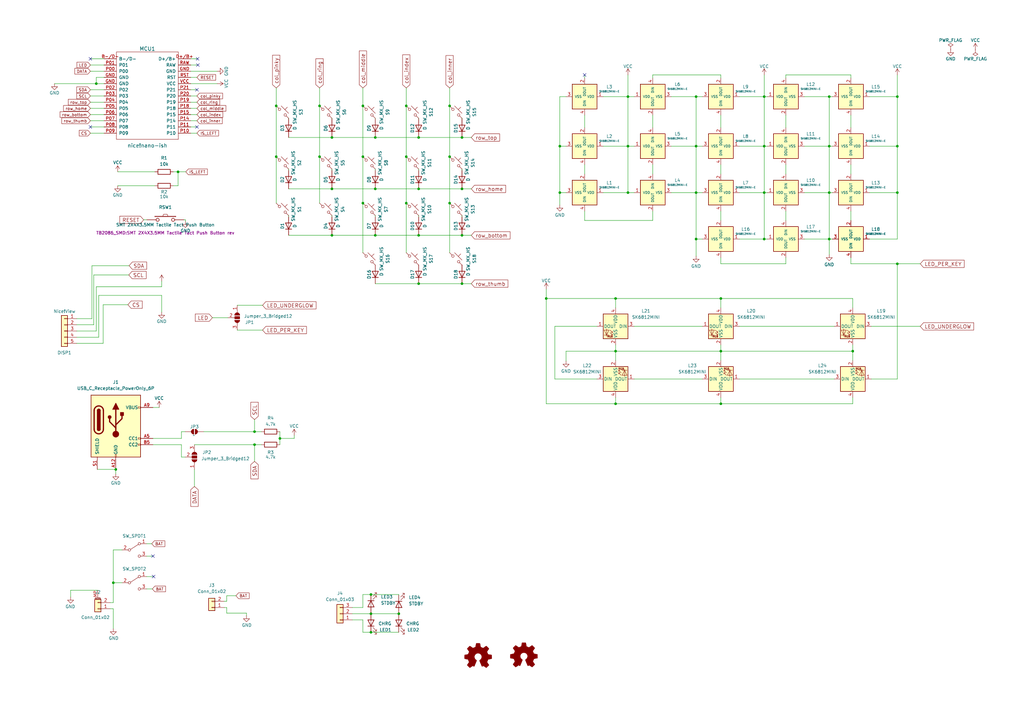
<source format=kicad_sch>
(kicad_sch (version 20231120) (generator "eeschema") (generator_version "8.0")
  (paper "A3")
  (title_block (title "VOID 3x5 Cherry MX") (date "2025-02-02") (rev "0.6.1") (company "Thunderbird2086"))
  (junction (at 136.144 56.388))
  (junction (at 46.482 239.014))
  (junction (at 368.046 59.944))
  (junction (at 252.476 122.428))
  (junction (at 368.046 39.624))
  (junction (at 224.028 122.428))
  (junction (at 171.704 56.388))
  (junction (at 285.496 59.944))
  (junction (at 171.704 116.332))
  (junction (at 166.624 83.312))
  (junction (at 113.284 64.262))
  (junction (at 184.404 64.262))
  (junction (at 252.476 165.608))
  (junction (at 104.394 177.038))
  (junction (at 313.436 39.624))
  (junction (at 313.436 78.994))
  (junction (at 189.484 77.47))
  (junction (at 285.496 78.994))
  (junction (at 368.046 78.994))
  (junction (at 148.844 43.434))
  (junction (at 104.394 182.372))
  (junction (at 285.496 39.624))
  (junction (at 136.144 96.52))
  (junction (at 163.576 251.714))
  (junction (at 152.146 251.714))
  (junction (at 340.106 98.044))
  (junction (at 153.924 96.52))
  (junction (at 368.046 108.204))
  (junction (at 171.704 96.52))
  (junction (at 295.656 122.428))
  (junction (at 184.404 83.312))
  (junction (at 148.844 64.262))
  (junction (at 166.624 43.434))
  (junction (at 313.436 98.044))
  (junction (at 171.704 77.47))
  (junction (at 349.758 144.018))
  (junction (at 148.844 83.312))
  (junction (at 229.616 59.944))
  (junction (at 313.436 59.944))
  (junction (at 257.556 59.944))
  (junction (at 152.146 259.334))
  (junction (at 136.144 77.47))
  (junction (at 340.106 59.944))
  (junction (at 114.808 179.832))
  (junction (at 285.496 98.044))
  (junction (at 257.556 78.994))
  (junction (at 340.106 78.994))
  (junction (at 295.656 144.018))
  (junction (at 229.616 78.994))
  (junction (at 252.476 144.018))
  (junction (at 184.404 43.434))
  (junction (at 153.924 56.388))
  (junction (at 295.656 165.608))
  (junction (at 131.064 64.262))
  (junction (at 340.106 39.624))
  (junction (at 189.484 56.388))
  (junction (at 73.025 70.485))
  (junction (at 257.556 39.624))
  (junction (at 131.064 43.434))
  (junction (at 152.146 243.84))
  (junction (at 189.484 116.332))
  (junction (at 153.924 77.47))
  (junction (at 189.484 96.52))
  (junction (at 166.624 64.262))
  (junction (at 39.497 34.29))
  (junction (at 113.284 43.434))
  (junction (at 47.498 192.532))
  (no_connect (at 37.084 24.13))
  (no_connect (at 37.084 52.07))
  (no_connect (at 239.776 30.734))
  (no_connect (at 81.026 24.13))
  (no_connect (at 62.738 228.092))
  (no_connect (at 81.153 26.67))
  (no_connect (at 80.772 36.83))
  (no_connect (at 80.772 52.07))
  (no_connect (at 62.992 236.474))
  (wire (pts (xy 131.064 43.434) (xy 131.064 64.262)))
  (wire (pts (xy 257.556 30.734) (xy 257.556 39.624)))
  (wire (pts (xy 148.844 259.334) (xy 152.146 259.334)))
  (wire (pts (xy 252.476 165.608) (xy 252.476 163.068)))
  (wire (pts (xy 37.084 54.61) (xy 42.672 54.61)))
  (wire (pts (xy 46.482 247.142) (xy 46.482 239.014)))
  (wire (pts (xy 37.084 44.45) (xy 42.672 44.45)))
  (wire (pts (xy 348.996 52.324) (xy 348.996 47.244)))
  (wire (pts (xy 76.073 90.17) (xy 75.438 90.17)))
  (wire (pts (xy 76.073 90.805) (xy 76.073 90.17)))
  (wire (pts (xy 295.656 86.614) (xy 295.656 90.424)))
  (wire (pts (xy 267.716 67.564) (xy 267.716 71.374)))
  (wire (pts (xy 322.326 30.734) (xy 348.996 30.734)))
  (wire (pts (xy 295.656 67.564) (xy 295.656 71.374)))
  (wire (pts (xy 239.776 30.734) (xy 239.776 32.004)))
  (wire (pts (xy 239.776 90.424) (xy 239.776 86.614)))
  (wire (pts (xy 78.232 34.29) (xy 89.027 34.29)))
  (wire (pts (xy 42.291 124.968) (xy 52.451 124.968)))
  (wire (pts (xy 38.481 112.776) (xy 52.832 112.776)))
  (wire (pts (xy 189.484 48.514) (xy 189.484 48.768)))
  (wire (pts (xy 252.476 122.428) (xy 252.476 126.238)))
  (wire (pts (xy 92.964 244.348) (xy 92.964 246.634)))
  (wire (pts (xy 113.284 43.434) (xy 113.284 64.262)))
  (wire (pts (xy 39.497 135.763) (xy 31.496 135.763)))
  (wire (pts (xy 60.198 223.012) (xy 62.23 223.012)))
  (wire (pts (xy 356.616 39.624) (xy 368.046 39.624)))
  (wire (pts (xy 229.616 78.994) (xy 229.616 84.074)))
  (wire (pts (xy 37.719 108.966) (xy 52.959 108.966)))
  (wire (pts (xy 349.758 122.428) (xy 349.758 126.238)))
  (wire (pts (xy 37.084 29.21) (xy 42.672 29.21)))
  (wire (pts (xy 166.624 36.068) (xy 166.624 43.434)))
  (wire (pts (xy 136.144 77.47) (xy 153.924 77.47)))
  (wire (pts (xy 239.776 67.564) (xy 239.776 71.374)))
  (wire (pts (xy 136.144 69.342) (xy 136.144 69.85)))
  (wire (pts (xy 42.291 124.968) (xy 42.291 140.843)))
  (wire (pts (xy 152.146 259.334) (xy 163.576 259.334)))
  (wire (pts (xy 39.497 135.763) (xy 39.497 117.602)))
  (wire (pts (xy 78.232 41.91) (xy 80.772 41.91)))
  (wire (pts (xy 78.232 29.21) (xy 89.027 29.21)))
  (wire (pts (xy 166.624 43.434) (xy 166.624 64.262)))
  (wire (pts (xy 39.497 31.75) (xy 39.497 34.29)))
  (wire (pts (xy 79.756 192.532) (xy 79.756 199.517)))
  (wire (pts (xy 153.924 69.342) (xy 153.924 69.85)))
  (wire (pts (xy 92.964 251.46) (xy 92.964 249.174)))
  (wire (pts (xy 47.498 192.532) (xy 47.498 194.31)))
  (wire (pts (xy 348.996 108.204) (xy 368.046 108.204)))
  (wire (pts (xy 46.482 225.552) (xy 46.482 239.014)))
  (wire (pts (xy 260.096 133.858) (xy 288.036 133.858)))
  (wire (pts (xy 37.084 41.91) (xy 42.672 41.91)))
  (wire (pts (xy 136.144 48.514) (xy 136.144 48.768)))
  (wire (pts (xy 285.496 39.624) (xy 285.496 59.944)))
  (wire (pts (xy 46.482 249.682) (xy 45.212 249.682)))
  (wire (pts (xy 368.046 108.204) (xy 377.444 108.204)))
  (wire (pts (xy 78.232 39.37) (xy 80.772 39.37)))
  (wire (pts (xy 313.436 39.624) (xy 314.706 39.624)))
  (wire (pts (xy 171.704 56.388) (xy 189.484 56.388)))
  (wire (pts (xy 368.046 39.624) (xy 368.046 59.944)))
  (wire (pts (xy 295.656 144.018) (xy 349.758 144.018)))
  (wire (pts (xy 285.496 59.944) (xy 288.036 59.944)))
  (wire (pts (xy 40.513 138.303) (xy 31.496 138.303)))
  (wire (pts (xy 340.106 39.624) (xy 340.106 59.944)))
  (wire (pts (xy 322.326 86.614) (xy 322.326 90.424)))
  (wire (pts (xy 340.106 98.044) (xy 341.376 98.044)))
  (wire (pts (xy 42.672 26.67) (xy 37.084 26.67)))
  (wire (pts (xy 114.808 179.832) (xy 120.65 179.832)))
  (wire (pts (xy 28.956 242.062) (xy 28.956 244.856)))
  (wire (pts (xy 295.656 122.428) (xy 295.656 126.238)))
  (wire (pts (xy 329.946 98.044) (xy 340.106 98.044)))
  (wire (pts (xy 62.738 167.132) (xy 65.278 167.132)))
  (wire (pts (xy 42.672 52.07) (xy 37.084 52.07)))
  (wire (pts (xy 153.924 116.332) (xy 171.704 116.332)))
  (wire (pts (xy 257.556 59.944) (xy 257.556 78.994)))
  (wire (pts (xy 247.396 78.994) (xy 257.556 78.994)))
  (wire (pts (xy 60.198 236.474) (xy 62.992 236.474)))
  (wire (pts (xy 42.672 39.37) (xy 37.084 39.37)))
  (wire (pts (xy 285.496 78.994) (xy 285.496 98.044)))
  (wire (pts (xy 356.616 78.994) (xy 368.046 78.994)))
  (wire (pts (xy 229.616 39.624) (xy 232.156 39.624)))
  (wire (pts (xy 340.106 78.994) (xy 340.106 98.044)))
  (wire (pts (xy 62.484 241.554) (xy 60.198 241.554)))
  (wire (pts (xy 184.404 64.262) (xy 184.404 83.312)))
  (wire (pts (xy 58.928 90.17) (xy 60.198 90.17)))
  (wire (pts (xy 148.844 36.068) (xy 148.844 43.434)))
  (wire (pts (xy 40.513 121.158) (xy 66.294 121.158)))
  (wire (pts (xy 314.706 78.994) (xy 313.436 78.994)))
  (wire (pts (xy 148.844 83.312) (xy 148.844 103.632)))
  (wire (pts (xy 329.946 59.944) (xy 340.106 59.944)))
  (wire (pts (xy 118.364 77.47) (xy 136.144 77.47)))
  (wire (pts (xy 113.284 36.068) (xy 113.284 43.434)))
  (wire (pts (xy 193.294 116.332) (xy 189.484 116.332)))
  (wire (pts (xy 224.028 122.428) (xy 252.476 122.428)))
  (wire (pts (xy 275.336 59.944) (xy 285.496 59.944)))
  (wire (pts (xy 322.326 67.564) (xy 322.326 71.374)))
  (wire (pts (xy 356.616 98.044) (xy 368.046 98.044)))
  (wire (pts (xy 39.878 192.532) (xy 47.498 192.532)))
  (wire (pts (xy 148.844 64.262) (xy 148.844 83.312)))
  (wire (pts (xy 267.716 30.734) (xy 295.656 30.734)))
  (wire (pts (xy 295.656 144.018) (xy 295.656 141.478)))
  (wire (pts (xy 229.616 59.944) (xy 232.156 59.944)))
  (wire (pts (xy 340.106 98.044) (xy 340.106 104.394)))
  (wire (pts (xy 252.476 122.428) (xy 295.656 122.428)))
  (wire (pts (xy 46.482 239.014) (xy 50.038 239.014)))
  (wire (pts (xy 285.496 98.044) (xy 285.496 105.029)))
  (wire (pts (xy 252.476 144.018) (xy 252.476 141.478)))
  (wire (pts (xy 136.144 88.392) (xy 136.144 88.9)))
  (wire (pts (xy 303.276 78.994) (xy 313.436 78.994)))
  (wire (pts (xy 166.624 83.312) (xy 166.624 103.632)))
  (wire (pts (xy 295.656 165.608) (xy 349.758 165.608)))
  (wire (pts (xy 73.025 70.485) (xy 76.2 70.485)))
  (wire (pts (xy 148.844 254.254) (xy 148.844 259.334)))
  (wire (pts (xy 224.028 118.618) (xy 224.028 122.428)))
  (wire (pts (xy 118.364 56.388) (xy 136.144 56.388)))
  (wire (pts (xy 104.394 177.038) (xy 107.188 177.038)))
  (wire (pts (xy 144.526 251.714) (xy 152.146 251.714)))
  (wire (pts (xy 349.758 144.018) (xy 349.758 147.828)))
  (wire (pts (xy 252.476 144.018) (xy 252.476 147.828)))
  (wire (pts (xy 166.624 64.262) (xy 166.624 83.312)))
  (wire (pts (xy 144.526 254.254) (xy 148.844 254.254)))
  (wire (pts (xy 285.496 78.994) (xy 288.036 78.994)))
  (wire (pts (xy 184.404 43.434) (xy 184.404 64.262)))
  (wire (pts (xy 101.092 251.46) (xy 92.964 251.46)))
  (wire (pts (xy 39.497 34.29) (xy 42.672 34.29)))
  (wire (pts (xy 136.144 56.388) (xy 153.924 56.388)))
  (wire (pts (xy 78.232 36.83) (xy 80.772 36.83)))
  (wire (pts (xy 368.046 59.944) (xy 368.046 78.994)))
  (wire (pts (xy 37.084 36.83) (xy 42.672 36.83)))
  (wire (pts (xy 118.364 96.52) (xy 136.144 96.52)))
  (wire (pts (xy 37.084 49.53) (xy 42.672 49.53)))
  (wire (pts (xy 227.584 133.858) (xy 227.584 155.448)))
  (wire (pts (xy 224.028 122.428) (xy 224.028 165.608)))
  (wire (pts (xy 322.326 47.244) (xy 322.326 52.324)))
  (wire (pts (xy 340.106 59.944) (xy 340.106 78.994)))
  (wire (pts (xy 229.616 59.944) (xy 229.616 78.994)))
  (wire (pts (xy 267.716 47.244) (xy 267.716 52.324)))
  (wire (pts (xy 114.808 177.038) (xy 114.808 179.832)))
  (wire (pts (xy 104.394 182.372) (xy 107.188 182.372)))
  (wire (pts (xy 340.106 59.944) (xy 341.376 59.944)))
  (wire (pts (xy 120.65 179.832) (xy 120.65 178.562)))
  (wire (pts (xy 224.028 165.608) (xy 252.476 165.608)))
  (wire (pts (xy 313.436 39.624) (xy 313.436 59.944)))
  (wire (pts (xy 153.924 56.388) (xy 171.704 56.388)))
  (wire (pts (xy 62.738 228.092) (xy 60.198 228.092)))
  (wire (pts (xy 46.482 247.142) (xy 45.212 247.142)))
  (wire (pts (xy 101.092 251.46) (xy 101.092 252.476)))
  (wire (pts (xy 171.704 77.47) (xy 189.484 77.47)))
  (wire (pts (xy 42.291 140.843) (xy 31.496 140.843)))
  (wire (pts (xy 295.656 165.608) (xy 295.656 163.068)))
  (wire (pts (xy 303.276 155.448) (xy 342.138 155.448)))
  (wire (pts (xy 83.566 177.038) (xy 104.394 177.038)))
  (wire (pts (xy 48.26 76.2) (xy 63.5 76.2)))
  (wire (pts (xy 348.996 105.664) (xy 348.996 108.204)))
  (wire (pts (xy 62.738 182.372) (xy 74.422 182.372)))
  (wire (pts (xy 295.656 108.204) (xy 295.656 105.664)))
  (wire (pts (xy 148.844 43.434) (xy 148.844 64.262)))
  (wire (pts (xy 189.484 69.342) (xy 189.484 69.85)))
  (wire (pts (xy 232.156 144.018) (xy 252.476 144.018)))
  (wire (pts (xy 229.616 78.994) (xy 232.156 78.994)))
  (wire (pts (xy 148.844 243.84) (xy 152.146 243.84)))
  (wire (pts (xy 257.556 59.944) (xy 260.096 59.944)))
  (wire (pts (xy 239.776 90.424) (xy 267.716 90.424)))
  (wire (pts (xy 37.084 24.13) (xy 42.672 24.13)))
  (wire (pts (xy 92.964 249.174) (xy 91.948 249.174)))
  (wire (pts (xy 295.656 30.734) (xy 295.656 32.004)))
  (wire (pts (xy 329.946 39.624) (xy 340.106 39.624)))
  (wire (pts (xy 74.422 182.372) (xy 74.422 187.452)))
  (wire (pts (xy 295.656 144.018) (xy 295.656 147.828)))
  (wire (pts (xy 144.526 249.174) (xy 148.844 249.174)))
  (wire (pts (xy 303.276 133.858) (xy 342.138 133.858)))
  (wire (pts (xy 313.436 30.734) (xy 313.436 39.624)))
  (wire (pts (xy 78.232 49.53) (xy 80.772 49.53)))
  (wire (pts (xy 136.144 96.52) (xy 153.924 96.52)))
  (wire (pts (xy 239.776 52.324) (xy 239.776 47.244)))
  (wire (pts (xy 97.282 135.382) (xy 107.696 135.382)))
  (wire (pts (xy 153.924 48.514) (xy 153.924 48.768)))
  (wire (pts (xy 78.232 31.75) (xy 80.772 31.75)))
  (wire (pts (xy 31.496 130.683) (xy 37.719 130.683)))
  (wire (pts (xy 303.276 98.044) (xy 313.436 98.044)))
  (wire (pts (xy 357.378 133.858) (xy 377.444 133.858)))
  (wire (pts (xy 313.436 59.944) (xy 313.436 78.994)))
  (wire (pts (xy 275.336 39.624) (xy 285.496 39.624)))
  (wire (pts (xy 314.706 98.044) (xy 313.436 98.044)))
  (wire (pts (xy 227.584 133.858) (xy 244.856 133.858)))
  (wire (pts (xy 78.232 46.99) (xy 80.772 46.99)))
  (wire (pts (xy 74.422 179.832) (xy 62.738 179.832)))
  (wire (pts (xy 285.496 39.624) (xy 288.036 39.624)))
  (wire (pts (xy 46.482 225.552) (xy 50.038 225.552)))
  (wire (pts (xy 153.924 77.47) (xy 171.704 77.47)))
  (wire (pts (xy 229.616 39.624) (xy 229.616 59.944)))
  (wire (pts (xy 39.497 117.602) (xy 66.294 117.602)))
  (wire (pts (xy 267.716 30.734) (xy 267.716 32.004)))
  (wire (pts (xy 171.704 88.392) (xy 171.704 88.9)))
  (wire (pts (xy 81.026 24.13) (xy 78.232 24.13)))
  (wire (pts (xy 40.132 242.062) (xy 28.956 242.062)))
  (wire (pts (xy 247.396 59.944) (xy 257.556 59.944)))
  (wire (pts (xy 163.576 251.714) (xy 152.146 251.714)))
  (wire (pts (xy 87.122 130.302) (xy 93.472 130.302)))
  (wire (pts (xy 329.946 78.994) (xy 340.106 78.994)))
  (wire (pts (xy 285.496 98.044) (xy 288.036 98.044)))
  (wire (pts (xy 252.476 165.608) (xy 295.656 165.608)))
  (wire (pts (xy 189.484 96.52) (xy 193.294 96.52)))
  (wire (pts (xy 114.808 179.832) (xy 114.808 182.372)))
  (wire (pts (xy 295.656 52.324) (xy 295.656 47.244)))
  (wire (pts (xy 163.576 243.84) (xy 152.146 243.84)))
  (wire (pts (xy 322.326 30.734) (xy 322.326 32.004)))
  (wire (pts (xy 92.964 246.634) (xy 91.948 246.634)))
  (wire (pts (xy 348.996 86.614) (xy 348.996 90.424)))
  (wire (pts (xy 368.046 30.734) (xy 368.046 39.624)))
  (wire (pts (xy 74.422 177.038) (xy 74.422 179.832)))
  (wire (pts (xy 313.436 78.994) (xy 313.436 98.044)))
  (wire (pts (xy 171.704 116.332) (xy 189.484 116.332)))
  (wire (pts (xy 257.556 39.624) (xy 257.556 59.944)))
  (wire (pts (xy 118.364 69.342) (xy 118.364 69.85)))
  (wire (pts (xy 152.146 251.714) (xy 152.146 251.46)))
  (wire (pts (xy 74.422 187.452) (xy 75.946 187.452)))
  (wire (pts (xy 31.496 133.223) (xy 38.481 133.223)))
  (wire (pts (xy 252.476 144.018) (xy 295.656 144.018)))
  (wire (pts (xy 189.484 56.388) (xy 193.294 56.388)))
  (wire (pts (xy 39.497 31.75) (xy 42.672 31.75)))
  (wire (pts (xy 37.084 46.99) (xy 42.672 46.99)))
  (wire (pts (xy 171.704 48.514) (xy 171.704 48.768)))
  (wire (pts (xy 38.481 133.223) (xy 38.481 112.776)))
  (wire (pts (xy 260.096 155.448) (xy 288.036 155.448)))
  (wire (pts (xy 131.064 36.068) (xy 131.064 43.434)))
  (wire (pts (xy 48.26 70.485) (xy 63.5 70.485)))
  (wire (pts (xy 368.046 108.204) (xy 368.046 155.448)))
  (wire (pts (xy 340.106 39.624) (xy 341.376 39.624)))
  (wire (pts (xy 267.716 90.424) (xy 267.716 86.614)))
  (wire (pts (xy 163.576 243.84) (xy 163.576 244.094)))
  (wire (pts (xy 71.12 76.2) (xy 73.025 76.2)))
  (wire (pts (xy 148.844 249.174) (xy 148.844 243.84)))
  (wire (pts (xy 227.584 155.448) (xy 244.856 155.448)))
  (wire (pts (xy 349.758 141.478) (xy 349.758 144.018)))
  (wire (pts (xy 348.996 30.734) (xy 348.996 32.004)))
  (wire (pts (xy 349.758 163.068) (xy 349.758 165.608)))
  (wire (pts (xy 285.496 59.944) (xy 285.496 78.994)))
  (wire (pts (xy 260.096 78.994) (xy 257.556 78.994)))
  (wire (pts (xy 184.404 83.312) (xy 184.404 103.632)))
  (wire (pts (xy 232.156 144.018) (xy 232.156 148.082)))
  (wire (pts (xy 275.336 78.994) (xy 285.496 78.994)))
  (wire (pts (xy 189.484 77.47) (xy 193.294 77.47)))
  (wire (pts (xy 104.394 172.085) (xy 104.394 177.038)))
  (wire (pts (xy 153.924 96.52) (xy 171.704 96.52)))
  (wire (pts (xy 79.756 182.372) (xy 104.394 182.372)))
  (wire (pts (xy 78.232 52.07) (xy 80.772 52.07)))
  (wire (pts (xy 113.284 64.262) (xy 113.284 83.312)))
  (wire (pts (xy 368.046 78.994) (xy 368.046 98.044)))
  (wire (pts (xy 71.12 70.485) (xy 73.025 70.485)))
  (wire (pts (xy 303.276 59.944) (xy 313.436 59.944)))
  (wire (pts (xy 131.064 64.262) (xy 131.064 83.312)))
  (wire (pts (xy 118.364 88.392) (xy 118.364 88.9)))
  (wire (pts (xy 171.704 96.52) (xy 189.484 96.52)))
  (wire (pts (xy 73.025 70.485) (xy 73.025 76.2)))
  (wire (pts (xy 153.924 88.392) (xy 153.924 88.9)))
  (wire (pts (xy 295.656 122.428) (xy 349.758 122.428)))
  (wire (pts (xy 74.422 177.038) (xy 75.946 177.038)))
  (wire (pts (xy 66.294 115.316) (xy 66.294 117.602)))
  (wire (pts (xy 78.232 54.61) (xy 80.772 54.61)))
  (wire (pts (xy 295.656 108.204) (xy 322.326 108.204)))
  (wire (pts (xy 78.232 44.45) (xy 80.772 44.45)))
  (wire (pts (xy 46.482 249.682) (xy 46.482 257.81)))
  (wire (pts (xy 303.276 39.624) (xy 313.436 39.624)))
  (wire (pts (xy 348.996 67.564) (xy 348.996 71.374)))
  (wire (pts (xy 107.696 125.222) (xy 97.282 125.222)))
  (wire (pts (xy 340.106 78.994) (xy 341.376 78.994)))
  (wire (pts (xy 247.396 39.624) (xy 257.556 39.624)))
  (wire (pts (xy 118.364 48.514) (xy 118.364 48.768)))
  (wire (pts (xy 22.352 34.29) (xy 39.497 34.29)))
  (wire (pts (xy 104.394 182.372) (xy 104.394 189.23)))
  (wire (pts (xy 189.484 88.392) (xy 189.484 88.9)))
  (wire (pts (xy 37.719 130.683) (xy 37.719 108.966)))
  (wire (pts (xy 356.616 59.944) (xy 368.046 59.944)))
  (wire (pts (xy 40.513 121.158) (xy 40.513 138.303)))
  (wire (pts (xy 313.436 59.944) (xy 314.706 59.944)))
  (wire (pts (xy 66.294 121.158) (xy 66.294 128.016)))
  (wire (pts (xy 257.556 39.624) (xy 260.096 39.624)))
  (wire (pts (xy 368.046 155.448) (xy 357.378 155.448)))
  (wire (pts (xy 322.326 108.204) (xy 322.326 105.664)))
  (wire (pts (xy 184.404 36.068) (xy 184.404 43.434)))
  (wire (pts (xy 78.232 26.67) (xy 81.153 26.67)))
  (wire (pts (xy 96.774 244.348) (xy 92.964 244.348)))
  (wire (pts (xy 171.704 69.342) (xy 171.704 69.85)))
  (global_label "col_pinky" (shape input) (at 113.284 36.068 90) (effects (font (size 1.524 1.524))) (property "Intersheetrefs" "${INTERSHEET_REFS}" (effects (hide yes))))
  (global_label "LED_UNDERGLOW" (shape input) (at 377.444 133.858 0) (effects (font (size 1.524 1.524))) (property "Intersheetrefs" "${INTERSHEET_REFS}" (effects (hide yes))))
  (global_label "col_inner" (shape input) (at 184.404 36.068 90) (effects (font (size 1.524 1.524))) (property "Intersheetrefs" "${INTERSHEET_REFS}" (effects (hide yes))))
  (global_label "RESET" (shape input) (at 58.928 90.17 180) (effects (font (size 1.524 1.524))) (property "Intersheetrefs" "${INTERSHEET_REFS}" (effects (hide yes))))
  (global_label "IS_LEFT" (shape input) (at 80.772 54.61 0) (effects (font (size 1.1938 1.1938))) (property "Intersheetrefs" "${INTERSHEET_REFS}" (effects (hide yes))))
  (global_label "col_ring" (shape input) (at 131.064 36.068 90) (effects (font (size 1.524 1.524))) (property "Intersheetrefs" "${INTERSHEET_REFS}" (effects (hide yes))))
  (global_label "SCL" (shape input) (at 37.084 39.37 180) (effects (font (size 1.1938 1.1938))) (property "Intersheetrefs" "${INTERSHEET_REFS}" (effects (hide yes))))
  (global_label "row_home" (shape input) (at 37.084 44.45 180) (effects (font (size 1.1938 1.1938))) (property "Intersheetrefs" "${INTERSHEET_REFS}" (effects (hide yes))))
  (global_label "BAT" (shape input) (at 62.484 241.554 0) (effects (font (size 1.1938 1.1938))) (property "Intersheetrefs" "${INTERSHEET_REFS}" (effects (hide yes))))
  (global_label "row_home" (shape input) (at 193.294 77.47 0) (effects (font (size 1.524 1.524))) (property "Intersheetrefs" "${INTERSHEET_REFS}" (effects (hide yes))))
  (global_label "row_bottom" (shape input) (at 193.294 96.52 0) (effects (font (size 1.524 1.524))) (property "Intersheetrefs" "${INTERSHEET_REFS}" (effects (hide yes))))
  (global_label "IS_LEFT" (shape input) (at 76.2 70.485 0) (effects (font (size 1.1938 1.1938))) (property "Intersheetrefs" "${INTERSHEET_REFS}" (effects (hide yes))))
  (global_label "SDA" (shape input) (at 104.394 189.23 270) (effects (font (size 1.524 1.524))) (property "Intersheetrefs" "${INTERSHEET_REFS}" (effects (hide yes))))
  (global_label "DATA" (shape input) (at 79.756 199.517 270) (effects (font (size 1.524 1.524))) (property "Intersheetrefs" "${INTERSHEET_REFS}" (effects (hide yes))))
  (global_label "col_middle" (shape input) (at 148.844 36.068 90) (effects (font (size 1.524 1.524))) (property "Intersheetrefs" "${INTERSHEET_REFS}" (effects (hide yes))))
  (global_label "LED" (shape input) (at 37.084 26.67 180) (effects (font (size 1.1938 1.1938))) (property "Intersheetrefs" "${INTERSHEET_REFS}" (effects (hide yes))))
  (global_label "row_thumb" (shape input) (at 193.294 116.332 0) (effects (font (size 1.524 1.524))) (property "Intersheetrefs" "${INTERSHEET_REFS}" (effects (hide yes))))
  (global_label "col_index" (shape input) (at 80.772 46.99 0) (effects (font (size 1.1938 1.1938))) (property "Intersheetrefs" "${INTERSHEET_REFS}" (effects (hide yes))))
  (global_label "LED_PER_KEY" (shape input) (at 377.444 108.204 0) (effects (font (size 1.524 1.524))) (property "Intersheetrefs" "${INTERSHEET_REFS}" (effects (hide yes))))
  (global_label "CS" (shape input) (at 37.084 54.61 180) (effects (font (size 1.1938 1.1938))) (property "Intersheetrefs" "${INTERSHEET_REFS}" (effects (hide yes))))
  (global_label "SCL" (shape input) (at 104.394 172.085 90) (effects (font (size 1.524 1.524))) (property "Intersheetrefs" "${INTERSHEET_REFS}" (effects (hide yes))))
  (global_label "RESET" (shape input) (at 80.772 31.75 0) (effects (font (size 1.1938 1.1938))) (property "Intersheetrefs" "${INTERSHEET_REFS}" (effects (hide yes))))
  (global_label "LED_UNDERGLOW" (shape input) (at 107.696 125.222 0) (effects (font (size 1.524 1.524))) (property "Intersheetrefs" "${INTERSHEET_REFS}" (effects (hide yes))))
  (global_label "row_thumb" (shape input) (at 37.084 49.53 180) (effects (font (size 1.1938 1.1938))) (property "Intersheetrefs" "${INTERSHEET_REFS}" (effects (hide yes))))
  (global_label "col_index" (shape input) (at 166.624 36.068 90) (effects (font (size 1.524 1.524))) (property "Intersheetrefs" "${INTERSHEET_REFS}" (effects (hide yes))))
  (global_label "col_middle" (shape input) (at 80.772 44.45 0) (effects (font (size 1.1938 1.1938))) (property "Intersheetrefs" "${INTERSHEET_REFS}" (effects (hide yes))))
  (global_label "SCL" (shape input) (at 52.832 112.776 0) (effects (font (size 1.524 1.524))) (property "Intersheetrefs" "${INTERSHEET_REFS}" (effects (hide yes))))
  (global_label "row_top" (shape input) (at 193.294 56.388 0) (effects (font (size 1.524 1.524))) (property "Intersheetrefs" "${INTERSHEET_REFS}" (effects (hide yes))))
  (global_label "SDA" (shape input) (at 37.084 36.83 180) (effects (font (size 1.1938 1.1938))) (property "Intersheetrefs" "${INTERSHEET_REFS}" (effects (hide yes))))
  (global_label "LED_PER_KEY" (shape input) (at 107.696 135.382 0) (effects (font (size 1.524 1.524))) (property "Intersheetrefs" "${INTERSHEET_REFS}" (effects (hide yes))))
  (global_label "col_pinky" (shape input) (at 80.772 39.37 0) (effects (font (size 1.1938 1.1938))) (property "Intersheetrefs" "${INTERSHEET_REFS}" (effects (hide yes))))
  (global_label "BAT" (shape input) (at 62.23 223.012 0) (effects (font (size 1.1938 1.1938))) (property "Intersheetrefs" "${INTERSHEET_REFS}" (effects (hide yes))))
  (global_label "SDA" (shape input) (at 52.959 108.966 0) (effects (font (size 1.524 1.524))) (property "Intersheetrefs" "${INTERSHEET_REFS}" (effects (hide yes))))
  (global_label "DATA" (shape input) (at 37.084 29.21 180) (effects (font (size 1.1938 1.1938))) (property "Intersheetrefs" "${INTERSHEET_REFS}" (effects (hide yes))))
  (global_label "LED" (shape input) (at 87.122 130.302 180) (effects (font (size 1.524 1.524))) (property "Intersheetrefs" "${INTERSHEET_REFS}" (effects (hide yes))))
  (global_label "col_ring" (shape input) (at 80.772 41.91 0) (effects (font (size 1.1938 1.1938))) (property "Intersheetrefs" "${INTERSHEET_REFS}" (effects (hide yes))))
  (global_label "col_inner" (shape input) (at 80.772 49.53 0) (effects (font (size 1.1938 1.1938))) (property "Intersheetrefs" "${INTERSHEET_REFS}" (effects (hide yes))))
  (global_label "row_bottom" (shape input) (at 37.084 46.99 180) (effects (font (size 1.1938 1.1938))) (property "Intersheetrefs" "${INTERSHEET_REFS}" (effects (hide yes))))
  (global_label "CS" (shape input) (at 52.451 124.968 0) (effects (font (size 1.524 1.524))) (property "Intersheetrefs" "${INTERSHEET_REFS}" (effects (hide yes))))
  (global_label "row_top" (shape input) (at 37.084 41.91 180) (effects (font (size 1.1938 1.1938))) (property "Intersheetrefs" "${INTERSHEET_REFS}" (effects (hide yes))))
  (global_label "BAT" (shape input) (at 96.774 244.348 0) (effects (font (size 1.1938 1.1938))) (property "Intersheetrefs" "${INTERSHEET_REFS}" (effects (hide yes))))
  (symbol (lib_id "power:GND") (at 47.498 194.31 0) (unit 1)
    (property "Reference" "#PWR06" (effects (hide yes)))
    (property "Value" "GND" (at 47.498 198.12 0))
  )
  (symbol (lib_id "Device:D") (at 153.924 112.522 90) (unit 1)
    (property "Reference" "D16" (at 151.384 112.522 0))
    (property "Value" "D" (at 156.464 112.522 0))
    (property "Footprint" "TB2086_SMD:D3_SMD_rev" (effects (hide yes)))
    (property "Sim.Device" "D" (effects (hide yes)))
    (property "Sim.Pins" "1=K 2=A" (effects (hide yes)))
  )
  (symbol (lib_id "Device:D") (at 171.704 52.578 90) (unit 1)
    (property "Reference" "D12" (at 169.164 52.578 0))
    (property "Value" "D" (at 174.244 52.578 0))
    (property "Footprint" "TB2086_SMD:D3_SMD_rev" (effects (hide yes)))
    (property "Sim.Device" "D" (effects (hide yes)))
    (property "Sim.Pins" "1=K 2=A" (effects (hide yes)))
  )
  (symbol (lib_id "TB2086_LED:SK6812MINI-E") (at 322.326 98.044 90) (mirror x) (unit 1)
    (property "Reference" "L17" (at 332.486 92.9954 90))
    (property "Value" "SK6812MINI-E" (at 332.486 94.9005 90) (effects (font (size 0.7366 0.7366))))
    (property "Footprint" "TB2086_LED:LED_SK6812MINI-E_rev" (effects (hide yes)))
    (property "Datasheet" "https://cdn-shop.adafruit.com/product-files/2686/SK6812MINI_REV.01-1-2.pdf" (effects (hide yes)))
  )
  (symbol (lib_id "TB2086_LED:SK6812MINI-E") (at 295.656 78.994 270) (mirror x) (unit 1)
    (property "Reference" "L7" (at 305.816 74.96 90))
    (property "Value" "SK6812MINI-E" (at 305.816 76.8651 90) (effects (font (size 0.7366 0.7366))))
    (property "Footprint" "TB2086_LED:LED_SK6812MINI-E_rev" (effects (hide yes)))
    (property "Datasheet" "https://cdn-shop.adafruit.com/product-files/2686/SK6812MINI_REV.01-1-2.pdf" (effects (hide yes)))
  )
  (symbol (lib_id "Device:D") (at 118.364 52.578 90) (unit 1)
    (property "Reference" "D3" (at 115.824 52.578 0))
    (property "Value" "D" (at 120.904 52.578 0))
    (property "Footprint" "TB2086_SMD:D3_SMD_rev" (effects (hide yes)))
    (property "Sim.Device" "D" (effects (hide yes)))
    (property "Sim.Pins" "1=K 2=A" (effects (hide yes)))
  )
  (symbol (lib_id "TB2086_KEYSWITCH:SW_MX_HS") (at 151.384 106.172 270) (mirror x) (unit 1)
    (property "Reference" "S16" (at 159.004 106.172 0))
    (property "Value" "SW_MX_HS" (at 156.464 106.172 0))
    (property "Footprint" "TB2086_KEYSWITCH:SW_MX_HS_1u_reversible" (effects (hide yes)))
  )
  (symbol (lib_id "power:VCC") (at 66.294 115.316 0) (mirror y) (unit 1)
    (property "Reference" "#PWR08" (effects (hide yes)))
    (property "Value" "VCC" (effects (hide yes)))
  )
  (symbol (lib_id "Device:D") (at 189.484 52.578 90) (unit 1)
    (property "Reference" "D15" (at 186.944 52.578 0))
    (property "Value" "D" (at 192.024 52.578 0))
    (property "Footprint" "TB2086_SMD:D3_SMD_rev" (effects (hide yes)))
    (property "Sim.Device" "D" (effects (hide yes)))
    (property "Sim.Pins" "1=K 2=A" (effects (hide yes)))
  )
  (symbol (lib_id "Device:LED") (at 152.146 247.65 90) (mirror x) (unit 1)
    (property "Reference" "LED3" (at 156.21 244.7924 90) (effects (justify right)))
    (property "Value" "STDBY" (at 156.21 247.3324 90) (effects (justify right)))
    (property "Footprint" "TB2086_LED:LED_0603_1608Metric_Pad1.05x0.95mm_HandSolder" (effects (hide yes)))
    (property "Description" "Light emitting diode" (effects (hide yes)))
  )
  (symbol (lib_id "TB2086_KEYSWITCH:SW_MX_HS") (at 133.604 45.974 270) (mirror x) (unit 1)
    (property "Reference" "S6" (at 141.224 45.974 0))
    (property "Value" "SW_MX_HS" (at 138.684 45.974 0))
    (property "Footprint" "TB2086_KEYSWITCH:SW_MX_HS_1u_reversible" (effects (hide yes)))
  )
  (symbol (lib_id "TB2086_SMD:SMT 2X4X3.5MM Tactile Tact Push Button") (at 67.818 90.17 0) (mirror y) (unit 1)
    (property "Reference" "RSW1" (at 67.818 85.0011 0))
    (property "Value" "SMT 2X4X3.5MM Tactile Tact Push Button" (at 67.818 92.202 0))
    (property "Footprint" "TB2086_SMD:SMT 2X4X3.5MM Tactile Tact Push Button rev" (at 67.7926 95.504 0))
  )
  (symbol (lib_id "TB2086_KEYSWITCH:SW_MX_HS") (at 169.164 85.852 270) (mirror x) (unit 1)
    (property "Reference" "S10" (at 176.149 85.852 0))
    (property "Value" "SW_MX_HS" (at 173.609 85.852 0))
    (property "Footprint" "TB2086_KEYSWITCH:SW_MX_HS_1u_reversible" (effects (hide yes)))
  )
  (symbol (lib_id "power:PWR_FLAG") (at 400.05 20.32 180) (unit 1)
    (property "Reference" "#FLG02" (effects (hide yes)))
    (property "Value" "PWR_FLAG" (at 400.05 24.13 0))
  )
  (symbol (lib_id "Device:D") (at 153.924 92.71 90) (unit 1)
    (property "Reference" "D7" (at 151.384 92.71 0))
    (property "Value" "D" (at 156.464 92.71 0))
    (property "Footprint" "TB2086_SMD:D3_SMD_rev" (effects (hide yes)))
    (property "Sim.Device" "D" (effects (hide yes)))
    (property "Sim.Pins" "1=K 2=A" (effects (hide yes)))
  )
  (symbol (lib_id "TB2086_MISC:nice!nano-ish") (at 60.452 45.72 0) (unit 1)
    (property "Reference" "MCU1" (at 60.452 20.0152 0) (effects (font (size 1.524 1.524))))
    (property "Value" "nice!nano-ish" (at 60.452 59.69 0) (effects (font (size 1.524 1.524))))
    (property "Footprint" "TB2086_MISC:ProMicro-dn-rev-unrouted" (effects (hide yes)))
  )
  (symbol (lib_id "Device:D") (at 171.704 92.71 90) (unit 1)
    (property "Reference" "D10" (at 169.164 92.71 0))
    (property "Value" "D" (at 174.244 92.71 0))
    (property "Footprint" "TB2086_SMD:D3_SMD_rev" (effects (hide yes)))
    (property "Sim.Device" "D" (effects (hide yes)))
    (property "Sim.Pins" "1=K 2=A" (effects (hide yes)))
  )
  (symbol (lib_id "Connector:USB_C_Receptacle_PowerOnly_6P") (at 47.498 174.752 0) (unit 1)
    (property "Reference" "J1" (at 47.498 156.718 0))
    (property "Value" "USB_C_Receptacle_PowerOnly_6P" (at 47.498 159.258 0))
    (property "Footprint" "TB2086_SMD:USB-20C-F-6C16_rev" (effects (hide yes)))
    (property "Datasheet" "https://www.usb.org/sites/default/files/documents/usb_type-c.zip" (effects (hide yes)))
    (property "Description" "USB Power-Only 6P Type-C Receptacle connector" (effects (hide yes)))
  )
  (symbol (lib_id "Device:R") (at 67.31 76.2 270) (mirror x) (unit 1)
    (property "Reference" "R2" (at 67.31 78.724 90))
    (property "Value" "10k" (at 67.31 80.645 90))
    (property "Footprint" "Resistor_SMD:R_0805_2012Metric_Pad1.20x1.40mm_HandSolder" (effects (hide yes)))
  )
  (symbol (lib_id "TB2086_KEYSWITCH:SW_MX_HS") (at 151.384 45.974 270) (mirror x) (unit 1)
    (property "Reference" "S9" (at 159.004 45.974 0))
    (property "Value" "SW_MX_HS" (at 156.464 45.974 0))
    (property "Footprint" "TB2086_KEYSWITCH:SW_MX_HS_1u_reversible" (effects (hide yes)))
  )
  (symbol (lib_id "TB2086_KEYSWITCH:SW_MX_HS") (at 133.604 66.802 270) (mirror x) (unit 1)
    (property "Reference" "S5" (at 140.589 66.802 0))
    (property "Value" "SW_MX_HS" (at 138.049 66.802 0))
    (property "Footprint" "TB2086_KEYSWITCH:SW_MX_HS_1u_reversible" (effects (hide yes)))
  )
  (symbol (lib_id "power:GND") (at 229.616 84.074 0) (unit 1)
    (property "Reference" "#PWR016" (effects (hide yes)))
    (property "Value" "GND" (at 229.616 88.2095 0))
  )
  (symbol (lib_id "Device:R") (at 67.31 70.485 270) (unit 1)
    (property "Reference" "R1" (at 67.31 64.77 90))
    (property "Value" "10k" (at 67.31 67.31 90))
    (property "Footprint" "Resistor_SMD:R_0805_2012Metric_Pad1.20x1.40mm_HandSolder" (effects (hide yes)))
  )
  (symbol (lib_id "Device:D") (at 136.144 52.578 90) (unit 1)
    (property "Reference" "D6" (at 133.604 52.578 0))
    (property "Value" "D" (at 138.684 52.578 0))
    (property "Footprint" "TB2086_SMD:D3_SMD_rev" (effects (hide yes)))
    (property "Sim.Device" "D" (effects (hide yes)))
    (property "Sim.Pins" "1=K 2=A" (effects (hide yes)))
  )
  (symbol (lib_id "Connector_Generic:Conn_01x03") (at 139.446 251.714 180) (unit 1)
    (property "Reference" "J4" (at 139.446 243.332 0))
    (property "Value" "Conn_01x03" (at 139.446 245.872 0))
    (property "Footprint" "TB2086_MISC:Pogopin_1x03_P2.54mm" (effects (hide yes)))
    (property "Description" "Generic connector, single row, 01x03, script generated (kicad-library-utils/schlib/autogen/connector/)" (effects (hide yes)))
  )
  (symbol (lib_id "power:GND") (at 46.482 257.81 0) (mirror y) (unit 1)
    (property "Reference" "#PWR03" (effects (hide yes)))
    (property "Value" "GND" (at 46.609 261.747 0))
  )
  (symbol (lib_id "TB2086_LED:SK6812MINI-E") (at 348.996 39.624 270) (mirror x) (unit 1)
    (property "Reference" "L15" (at 359.156 35.59 90))
    (property "Value" "SK6812MINI-E" (at 359.156 37.4951 90) (effects (font (size 0.7366 0.7366))))
    (property "Footprint" "TB2086_LED:LED_SK6812MINI-E_rev" (effects (hide yes)))
    (property "Datasheet" "https://cdn-shop.adafruit.com/product-files/2686/SK6812MINI_REV.01-1-2.pdf" (effects (hide yes)))
  )
  (symbol (lib_id "TB2086_LED:SK6812MINI-E") (at 267.716 78.994 90) (mirror x) (unit 1)
    (property "Reference" "L4" (at 277.876 73.9454 90))
    (property "Value" "SK6812MINI-E" (at 277.876 75.8505 90) (effects (font (size 0.7366 0.7366))))
    (property "Footprint" "TB2086_LED:LED_SK6812MINI-E_rev" (effects (hide yes)))
    (property "Datasheet" "https://cdn-shop.adafruit.com/product-files/2686/SK6812MINI_REV.01-1-2.pdf" (effects (hide yes)))
  )
  (symbol (lib_id "power:PWR_FLAG") (at 389.89 20.32 0) (unit 1)
    (property "Reference" "#FLG01" (effects (hide yes)))
    (property "Value" "PWR_FLAG" (at 389.89 16.51 0))
  )
  (symbol (lib_id "TB2086_LED:SK6812MINI-E") (at 239.776 59.944 270) (mirror x) (unit 1)
    (property "Reference" "L2" (at 249.936 55.91 90))
    (property "Value" "SK6812MINI-E" (at 249.936 57.8151 90) (effects (font (size 0.7366 0.7366))))
    (property "Footprint" "TB2086_LED:LED_SK6812MINI-E_rev" (effects (hide yes)))
    (property "Datasheet" "https://cdn-shop.adafruit.com/product-files/2686/SK6812MINI_REV.01-1-2.pdf" (effects (hide yes)))
  )
  (symbol (lib_id "power:GND") (at 48.26 76.2 0) (unit 1)
    (property "Reference" "#PWR05" (effects (hide yes)))
    (property "Value" "GND" (at 48.26 80.01 0))
  )
  (symbol (lib_id "power:VCC") (at 257.556 30.734 0) (unit 1)
    (property "Reference" "#PWR018" (effects (hide yes)))
    (property "Value" "VCC" (at 257.556 27.2321 0))
  )
  (symbol (lib_id "Device:D") (at 153.924 73.66 90) (unit 1)
    (property "Reference" "D8" (at 151.384 73.66 0))
    (property "Value" "D" (at 156.464 73.66 0))
    (property "Footprint" "TB2086_SMD:D3_SMD_rev" (effects (hide yes)))
    (property "Sim.Device" "D" (effects (hide yes)))
    (property "Sim.Pins" "1=K 2=A" (effects (hide yes)))
  )
  (symbol (lib_id "TB2086_LED:SK6812MINI-E") (at 239.776 39.624 270) (mirror x) (unit 1)
    (property "Reference" "L3" (at 249.936 35.59 90))
    (property "Value" "SK6812MINI-E" (at 249.936 37.4951 90) (effects (font (size 0.7366 0.7366))))
    (property "Footprint" "TB2086_LED:LED_SK6812MINI-E_rev" (effects (hide yes)))
    (property "Datasheet" "https://cdn-shop.adafruit.com/product-files/2686/SK6812MINI_REV.01-1-2.pdf" (effects (hide yes)))
  )
  (symbol (lib_id "TB2086_KEYSWITCH:SW_MX_HS") (at 169.164 106.172 270) (mirror x) (unit 1)
    (property "Reference" "S17" (at 176.784 106.172 0))
    (property "Value" "SW_MX_HS" (at 174.244 106.172 0))
    (property "Footprint" "TB2086_KEYSWITCH:SW_MX_HS_1u_reversible" (effects (hide yes)))
  )
  (symbol (lib_id "TB2086_LED:SK6812MINI-E") (at 348.996 98.044 270) (mirror x) (unit 1)
    (property "Reference" "L18" (at 359.156 94.01 90))
    (property "Value" "SK6812MINI-E" (at 359.156 95.9151 90) (effects (font (size 0.7366 0.7366))))
    (property "Footprint" "TB2086_LED:LED_SK6812MINI-E_rev" (effects (hide yes)))
    (property "Datasheet" "https://cdn-shop.adafruit.com/product-files/2686/SK6812MINI_REV.01-1-2.pdf" (effects (hide yes)))
  )
  (symbol (lib_id "TB2086_LED:SK6812MINI") (at 252.476 133.858 0) (mirror y) (unit 1)
    (property "Reference" "L21" (at 264.922 127.5394 0))
    (property "Value" "SK6812MINI" (at 264.922 130.0794 0))
    (property "Footprint" "TB2086_LED:LED_SK6812MINI_PLCC4_3.5x3.5mm_P1.75mm_rev_all" (effects (hide yes)))
    (property "Datasheet" "https://cdn-shop.adafruit.com/product-files/2686/SK6812MINI_REV.01-1-2.pdf" (effects (hide yes)))
  )
  (symbol (lib_id "TB2086_LED:SK6812MINI-E") (at 295.656 39.624 270) (mirror x) (unit 1)
    (property "Reference" "L9" (at 305.816 35.59 90))
    (property "Value" "SK6812MINI-E" (at 305.816 37.4951 90) (effects (font (size 0.7366 0.7366))))
    (property "Footprint" "TB2086_LED:LED_SK6812MINI-E_rev" (effects (hide yes)))
    (property "Datasheet" "https://cdn-shop.adafruit.com/product-files/2686/SK6812MINI_REV.01-1-2.pdf" (effects (hide yes)))
  )
  (symbol (lib_id "Device:LED") (at 152.146 255.524 90) (unit 1)
    (property "Reference" "LED1" (at 160.528 258.318 90) (effects (justify left)))
    (property "Value" "CHRG" (at 160.528 255.778 90) (effects (justify left)))
    (property "Footprint" "TB2086_LED:LED_0603_1608Metric_Pad1.05x0.95mm_HandSolder" (effects (hide yes)))
    (property "Description" "Light emitting diode" (effects (hide yes)))
  )
  (symbol (lib_id "Jumper:SolderJumper_3_Open") (at 79.756 187.452 270) (mirror x) (unit 1) (exclude_from_sim yes) (in_bom no)
    (property "Reference" "JP2" (at 84.836 185.547 90))
    (property "Value" "Jumper_3_Bridged12" (at 92.456 188.087 90))
    (property "Footprint" "TB2086_MISC:SolderJumper-3_P1.3mm_Open_RoundedPad1.0x1.5mm_rev" (effects (hide yes)))
    (property "Description" "Solder Jumper, 3-pole, open" (effects (hide yes)))
  )
  (symbol (lib_id "Device:LED") (at 163.576 255.524 90) (unit 1)
    (property "Reference" "LED2" (at 171.958 258.318 90) (effects (justify left)))
    (property "Value" "CHRG" (at 171.958 255.778 90) (effects (justify left)))
    (property "Footprint" "TB2086_LED:LED_0603_1608Metric_Pad1.05x0.95mm_HandSolder" (effects (hide yes)))
    (property "Description" "Light emitting diode" (effects (hide yes)))
  )
  (symbol (lib_id "Device:LED") (at 163.576 247.904 90) (mirror x) (unit 1)
    (property "Reference" "LED4" (at 167.64 245.0464 90) (effects (justify right)))
    (property "Value" "STDBY" (at 167.64 247.5864 90) (effects (justify right)))
    (property "Footprint" "TB2086_LED:LED_0603_1608Metric_Pad1.05x0.95mm_HandSolder" (effects (hide yes)))
    (property "Description" "Light emitting diode" (effects (hide yes)))
  )
  (symbol (lib_id "Connector_Generic:Conn_01x02") (at 86.868 249.174 180) (unit 1)
    (property "Reference" "J3" (at 86.868 240.03 0))
    (property "Value" "Conn_01x02" (at 86.868 242.57 0))
    (property "Footprint" "TB2086_MISC:Pogopin_1x02_P2.54mm" (effects (hide yes)))
    (property "Description" "Generic connector, single row, 01x02, script generated (kicad-library-utils/schlib/autogen/connector/)" (effects (hide yes)))
  )
  (symbol (lib_id "power:GND") (at 232.156 148.082 0) (unit 1)
    (property "Reference" "#PWR017" (effects (hide yes)))
    (property "Value" "GND" (at 232.156 152.2175 0))
  )
  (symbol (lib_id "power:GND") (at 101.092 252.476 0) (mirror y) (unit 1)
    (property "Reference" "#PWR010" (effects (hide yes)))
    (property "Value" "GND" (at 101.219 256.413 0))
  )
  (symbol (lib_id "TB2086_LED:SK6812MINI-E") (at 239.776 78.994 270) (mirror x) (unit 1)
    (property "Reference" "L1" (at 249.936 74.96 90))
    (property "Value" "SK6812MINI-E" (at 249.936 76.8651 90) (effects (font (size 0.7366 0.7366))))
    (property "Footprint" "TB2086_LED:LED_SK6812MINI-E_rev" (effects (hide yes)))
    (property "Datasheet" "https://cdn-shop.adafruit.com/product-files/2686/SK6812MINI_REV.01-1-2.pdf" (effects (hide yes)))
  )
  (symbol (lib_id "Device:D") (at 153.924 52.578 90) (unit 1)
    (property "Reference" "D9" (at 151.384 52.578 0))
    (property "Value" "D" (at 156.464 52.578 0))
    (property "Footprint" "TB2086_SMD:D3_SMD_rev" (effects (hide yes)))
    (property "Sim.Device" "D" (effects (hide yes)))
    (property "Sim.Pins" "1=K 2=A" (effects (hide yes)))
  )
  (symbol (lib_id "Device:D") (at 118.364 92.71 90) (unit 1)
    (property "Reference" "D1" (at 115.824 92.71 0))
    (property "Value" "D" (at 120.904 92.71 0))
    (property "Footprint" "TB2086_SMD:D3_SMD_rev" (effects (hide yes)))
    (property "Sim.Device" "D" (effects (hide yes)))
    (property "Sim.Pins" "1=K 2=A" (effects (hide yes)))
  )
  (symbol (lib_id "Device:D") (at 189.484 92.71 90) (unit 1)
    (property "Reference" "D13" (at 186.944 92.71 0))
    (property "Value" "D" (at 192.024 92.71 0))
    (property "Footprint" "TB2086_SMD:D3_SMD_rev" (effects (hide yes)))
    (property "Sim.Device" "D" (effects (hide yes)))
    (property "Sim.Pins" "1=K 2=A" (effects (hide yes)))
  )
  (symbol (lib_id "TB2086_KEYSWITCH:SW_MX_HS") (at 169.164 45.974 270) (mirror x) (unit 1)
    (property "Reference" "S12" (at 176.784 45.974 0))
    (property "Value" "SW_MX_HS" (at 174.244 45.974 0))
    (property "Footprint" "TB2086_KEYSWITCH:SW_MX_HS_1u_reversible" (effects (hide yes)))
  )
  (symbol (lib_id "power:GND") (at 22.352 34.29 0) (unit 1)
    (property "Reference" "#PWR01" (effects (hide yes)))
    (property "Value" "GND" (at 22.352 38.1 0))
  )
  (symbol (lib_id "power:VCC") (at 89.027 34.29 270) (unit 1)
    (property "Reference" "#PWR013" (effects (hide yes)))
    (property "Value" "VCC" (at 92.837 34.29 0))
  )
  (symbol (lib_id "power:VCC") (at 120.65 178.562 0) (unit 1)
    (property "Reference" "#PWR011" (effects (hide yes)))
    (property "Value" "VCC" (at 120.65 174.752 0))
  )
  (symbol (lib_id "TB2086_LED:SK6812MINI") (at 252.476 155.448 0) (mirror x) (unit 1)
    (property "Reference" "L22" (at 240.792 149.9518 0))
    (property "Value" "SK6812MINI" (at 240.792 152.4918 0))
    (property "Footprint" "TB2086_LED:LED_SK6812MINI_PLCC4_3.5x3.5mm_P1.75mm_rev_all" (effects (hide yes)))
    (property "Datasheet" "https://cdn-shop.adafruit.com/product-files/2686/SK6812MINI_REV.01-1-2.pdf" (effects (hide yes)))
  )
  (symbol (lib_id "TB2086_LED:SK6812MINI-E") (at 322.326 78.994 90) (mirror x) (unit 1)
    (property "Reference" "L10" (at 332.486 73.9454 90))
    (property "Value" "SK6812MINI-E" (at 332.486 75.8505 90) (effects (font (size 0.7366 0.7366))))
    (property "Footprint" "TB2086_LED:LED_SK6812MINI-E_rev" (effects (hide yes)))
    (property "Datasheet" "https://cdn-shop.adafruit.com/product-files/2686/SK6812MINI_REV.01-1-2.pdf" (effects (hide yes)))
  )
  (symbol (lib_id "TB2086_KEYSWITCH:SW_MX_HS") (at 186.944 45.974 270) (mirror x) (unit 1)
    (property "Reference" "S15" (at 194.564 45.974 0))
    (property "Value" "SW_MX_HS" (at 192.024 45.974 0))
    (property "Footprint" "TB2086_KEYSWITCH:SW_MX_HS_1u_reversible" (effects (hide yes)))
  )
  (symbol (lib_id "TB2086_KEYSWITCH:SW_MX_HS") (at 115.824 45.974 270) (mirror x) (unit 1)
    (property "Reference" "S3" (at 123.444 45.974 0))
    (property "Value" "SW_MX_HS" (at 120.904 45.974 0))
    (property "Footprint" "TB2086_KEYSWITCH:SW_MX_HS_1u_reversible" (effects (hide yes)))
  )
  (symbol (lib_id "TB2086_KEYSWITCH:SW_MX_HS") (at 151.384 85.852 270) (mirror x) (unit 1)
    (property "Reference" "S7" (at 158.369 85.852 0))
    (property "Value" "SW_MX_HS" (at 155.829 85.852 0))
    (property "Footprint" "TB2086_KEYSWITCH:SW_MX_HS_1u_reversible" (effects (hide yes)))
  )
  (symbol (lib_id "Switch:SW_SPDT") (at 55.118 225.552 0) (unit 1)
    (property "Reference" "SW_SPDT1" (effects (hide yes)))
    (property "Value" "SW_SPDT1" (at 55.118 219.837 0))
    (property "Footprint" "TB2086_SMD:SW_SPDT_PCM12" (effects (hide yes)))
  )
  (symbol (lib_id "TB2086_LED:SK6812MINI-E") (at 322.326 59.944 90) (mirror x) (unit 1)
    (property "Reference" "L11" (at 332.486 54.8954 90))
    (property "Value" "SK6812MINI-E" (at 332.486 56.8005 90) (effects (font (size 0.7366 0.7366))))
    (property "Footprint" "TB2086_LED:LED_SK6812MINI-E_rev" (effects (hide yes)))
    (property "Datasheet" "https://cdn-shop.adafruit.com/product-files/2686/SK6812MINI_REV.01-1-2.pdf" (effects (hide yes)))
  )
  (symbol (lib_id "power:GND") (at 76.073 90.805 0) (unit 1)
    (property "Reference" "#PWR014" (effects (hide yes)))
    (property "Value" "GND" (at 76.073 94.615 0))
  )
  (symbol (lib_id "Device:D") (at 189.484 112.522 90) (unit 1)
    (property "Reference" "D18" (at 186.944 112.522 0))
    (property "Value" "D" (at 192.024 112.522 0))
    (property "Footprint" "TB2086_SMD:D3_SMD_rev" (effects (hide yes)))
    (property "Sim.Device" "D" (effects (hide yes)))
    (property "Sim.Pins" "1=K 2=A" (effects (hide yes)))
  )
  (symbol (lib_id "TB2086_KEYSWITCH:SW_MX_HS") (at 151.384 66.802 270) (mirror x) (unit 1)
    (property "Reference" "S8" (at 158.369 66.802 0))
    (property "Value" "SW_MX_HS" (at 155.829 66.802 0))
    (property "Footprint" "TB2086_KEYSWITCH:SW_MX_HS_1u_reversible" (effects (hide yes)))
  )
  (symbol (lib_id "TB2086_LED:SK6812MINI-E") (at 348.996 78.994 270) (mirror x) (unit 1)
    (property "Reference" "L13" (at 359.156 74.96 90))
    (property "Value" "SK6812MINI-E" (at 359.156 76.8651 90) (effects (font (size 0.7366 0.7366))))
    (property "Footprint" "TB2086_LED:LED_SK6812MINI-E_rev" (effects (hide yes)))
    (property "Datasheet" "https://cdn-shop.adafruit.com/product-files/2686/SK6812MINI_REV.01-1-2.pdf" (effects (hide yes)))
  )
  (symbol (lib_id "TB2086_LED:SK6812MINI-E") (at 348.996 59.944 270) (mirror x) (unit 1)
    (property "Reference" "L14" (at 359.156 55.91 90))
    (property "Value" "SK6812MINI-E" (at 359.156 57.8151 90) (effects (font (size 0.7366 0.7366))))
    (property "Footprint" "TB2086_LED:LED_SK6812MINI-E_rev" (effects (hide yes)))
    (property "Datasheet" "https://cdn-shop.adafruit.com/product-files/2686/SK6812MINI_REV.01-1-2.pdf" (effects (hide yes)))
  )
  (symbol (lib_id "Device:D") (at 171.704 112.522 90) (unit 1)
    (property "Reference" "D17" (at 169.164 112.522 0))
    (property "Value" "D" (at 174.244 112.522 0))
    (property "Footprint" "TB2086_SMD:D3_SMD_rev" (effects (hide yes)))
    (property "Sim.Device" "D" (effects (hide yes)))
    (property "Sim.Pins" "1=K 2=A" (effects (hide yes)))
  )
  (symbol (lib_id "TB2086_LED:SK6812MINI-E") (at 295.656 98.044 270) (mirror x) (unit 1)
    (property "Reference" "L16" (at 305.816 94.01 90))
    (property "Value" "SK6812MINI-E" (at 305.816 95.9151 90) (effects (font (size 0.7366 0.7366))))
    (property "Footprint" "TB2086_LED:LED_SK6812MINI-E_rev" (effects (hide yes)))
    (property "Datasheet" "https://cdn-shop.adafruit.com/product-files/2686/SK6812MINI_REV.01-1-2.pdf" (effects (hide yes)))
  )
  (symbol (lib_id "Device:R") (at 110.998 177.038 90) (unit 1)
    (property "Reference" "R4" (at 110.998 171.45 90))
    (property "Value" "4.7k" (at 110.998 173.99 90))
    (property "Footprint" "TB2086_SMD:R_0805_2012Metric_Pad1.20x1.40mm_HandSolder_rev" (effects (hide yes)))
  )
  (symbol (lib_id "power:GND") (at 66.294 128.016 0) (mirror y) (unit 1)
    (property "Reference" "#PWR09" (effects (hide yes)))
    (property "Value" "GND" (at 66.294 131.826 0))
  )
  (symbol (lib_id "Graphic:Logo_Open_Hardware_Small") (at 196.088 269.494 0) (unit 1) (exclude_from_sim yes) (in_bom no) (on_board no)
    (property "Reference" "LOGO1" (effects (hide yes)))
    (property "Value" "Logo_Open_ErgoGen" (effects (hide yes)))
    (property "Footprint" "TB2086_MISC:utility_ergogen_logo_rev" (effects (hide yes)))
    (property "Description" "ErgoGen logo" (effects (hide yes)))
  )
  (symbol (lib_id "Device:D") (at 189.484 73.66 90) (unit 1)
    (property "Reference" "D14" (at 186.944 73.66 0))
    (property "Value" "D" (at 192.024 73.66 0))
    (property "Footprint" "TB2086_SMD:D3_SMD_rev" (effects (hide yes)))
    (property "Sim.Device" "D" (effects (hide yes)))
    (property "Sim.Pins" "1=K 2=A" (effects (hide yes)))
  )
  (symbol (lib_id "power:GND") (at 28.956 244.856 0) (unit 1)
    (property "Reference" "#PWR02" (effects (hide yes)))
    (property "Value" "GND" (at 28.829 248.793 0))
  )
  (symbol (lib_id "power:VCC") (at 313.436 30.734 0) (unit 1)
    (property "Reference" "#PWR020" (effects (hide yes)))
    (property "Value" "VCC" (at 313.436 27.2321 0))
  )
  (symbol (lib_id "TB2086_KEYSWITCH:SW_MX_HS") (at 133.604 85.852 270) (mirror x) (unit 1)
    (property "Reference" "S4" (at 140.589 85.852 0))
    (property "Value" "SW_MX_HS" (at 138.049 85.852 0))
    (property "Footprint" "TB2086_KEYSWITCH:SW_MX_HS_1u_reversible" (effects (hide yes)))
  )
  (symbol (lib_id "Connector_Generic_MountingPin:Conn_01x02_MountingPin") (at 40.132 249.682 180) (unit 1)
    (property "Reference" "J2" (at 40.132 242.8621 0))
    (property "Value" "Conn_01x02" (at 39.1414 253.2126 0))
    (property "Footprint" "TB2086_SMD:JST_PH_S2B-PH-SM4-TB_1x02-1MP_P2.00mm_Horizontal_rev" (effects (hide yes)))
    (property "Description" "Generic connectable mounting pin connector, single row, 01x02, script generated (kicad-library-utils/schlib/autogen/connector/)" (effects (hide yes)))
  )
  (symbol (lib_id "power:VCC") (at 400.05 20.32 0) (unit 1)
    (property "Reference" "#PWR026" (effects (hide yes)))
    (property "Value" "VCC" (at 400.05 16.51 0))
  )
  (symbol (lib_id "TB2086_KEYSWITCH:SW_MX_HS") (at 186.944 85.852 270) (mirror x) (unit 1)
    (property "Reference" "S13" (at 193.929 85.852 0))
    (property "Value" "SW_MX_HS" (at 191.389 85.852 0))
    (property "Footprint" "TB2086_KEYSWITCH:SW_MX_HS_1u_reversible" (effects (hide yes)))
  )
  (symbol (lib_id "power:VCC") (at 48.26 70.485 0) (unit 1)
    (property "Reference" "#PWR04" (effects (hide yes)))
    (property "Value" "VCC" (at 48.26 66.675 0))
  )
  (symbol (lib_id "power:GND") (at 285.496 105.029 0) (unit 1)
    (property "Reference" "#PWR019" (effects (hide yes)))
    (property "Value" "GND" (at 285.496 109.1645 0))
  )
  (symbol (lib_id "TB2086_KEYSWITCH:SW_MX_HS") (at 186.944 66.802 270) (mirror x) (unit 1)
    (property "Reference" "S14" (at 193.929 66.802 0))
    (property "Value" "SW_MX_HS" (at 191.389 66.802 0))
    (property "Footprint" "TB2086_KEYSWITCH:SW_MX_HS_1u_reversible" (effects (hide yes)))
  )
  (symbol (lib_id "TB2086_LED:SK6812MINI-E") (at 295.656 59.944 270) (mirror x) (unit 1)
    (property "Reference" "L8" (at 305.816 55.91 90))
    (property "Value" "SK6812MINI-E" (at 305.816 57.8151 90) (effects (font (size 0.7366 0.7366))))
    (property "Footprint" "TB2086_LED:LED_SK6812MINI-E_rev" (effects (hide yes)))
    (property "Datasheet" "https://cdn-shop.adafruit.com/product-files/2686/SK6812MINI_REV.01-1-2.pdf" (effects (hide yes)))
  )
  (symbol (lib_id "Switch:SW_SPDT") (at 55.118 239.014 0) (unit 1)
    (property "Reference" "SW_SPDT2" (effects (hide yes)))
    (property "Value" "SW_SPDT2" (at 55.118 233.299 0))
    (property "Footprint" "TB2086_SMD:SW_SPDT_PCM12" (effects (hide yes)))
  )
  (symbol (lib_id "Device:D") (at 171.704 73.66 90) (unit 1)
    (property "Reference" "D11" (at 169.164 73.66 0))
    (property "Value" "D" (at 174.244 73.66 0))
    (property "Footprint" "TB2086_SMD:D3_SMD_rev" (effects (hide yes)))
    (property "Sim.Device" "D" (effects (hide yes)))
    (property "Sim.Pins" "1=K 2=A" (effects (hide yes)))
  )
  (symbol (lib_id "Jumper:SolderJumper_2_Open") (at 79.756 177.038 0) (mirror y) (unit 1) (exclude_from_sim yes) (in_bom no)
    (property "Reference" "JP3" (at 79.756 175.006 0))
    (property "Value" "~" (at 79.502 178.562 0))
    (property "Footprint" "TB2086_MISC:SolderJumper-2_P1.3mm_Open_TrianglePad1.0x1.2mm_rev" (effects (hide yes)))
    (property "Description" "Solder Jumper, 2-pole, open" (effects (hide yes)))
  )
  (symbol (lib_id "TB2086_LED:SK6812MINI") (at 349.758 155.448 0) (mirror x) (unit 1)
    (property "Reference" "L24" (at 337.312 149.9518 0))
    (property "Value" "SK6812MINI" (at 337.312 152.4918 0))
    (property "Footprint" "TB2086_LED:LED_SK6812MINI_PLCC4_3.5x3.5mm_P1.75mm_rev_all" (effects (hide yes)))
    (property "Datasheet" "https://cdn-shop.adafruit.com/product-files/2686/SK6812MINI_REV.01-1-2.pdf" (effects (hide yes)))
  )
  (symbol (lib_id "TB2086_LED:SK6812MINI-E") (at 267.716 59.944 90) (mirror x) (unit 1)
    (property "Reference" "L5" (at 277.876 54.8954 90))
    (property "Value" "SK6812MINI-E" (at 277.876 56.8005 90) (effects (font (size 0.7366 0.7366))))
    (property "Footprint" "TB2086_LED:LED_SK6812MINI-E_rev" (effects (hide yes)))
    (property "Datasheet" "https://cdn-shop.adafruit.com/product-files/2686/SK6812MINI_REV.01-1-2.pdf" (effects (hide yes)))
  )
  (symbol (lib_id "TB2086_KEYSWITCH:SW_MX_HS") (at 186.944 106.172 270) (mirror x) (unit 1)
    (property "Reference" "S18" (at 194.564 106.172 0))
    (property "Value" "SW_MX_HS" (at 192.024 106.172 0))
    (property "Footprint" "TB2086_KEYSWITCH:SW_MX_HS_1.5u_reversible" (effects (hide yes)))
  )
  (symbol (lib_id "power:GND") (at 340.106 104.394 0) (unit 1)
    (property "Reference" "#PWR021" (effects (hide yes)))
    (property "Value" "GND" (at 340.106 108.5295 0))
  )
  (symbol (lib_id "Device:R") (at 110.998 182.372 90) (mirror x) (unit 1)
    (property "Reference" "R3" (at 110.998 185.547 90))
    (property "Value" "4.7k" (at 110.998 187.468 90))
    (property "Footprint" "TB2086_SMD:R_0805_2012Metric_Pad1.20x1.40mm_HandSolder_rev" (effects (hide yes)))
  )
  (symbol (lib_id "TB2086_LED:SK6812MINI-E") (at 322.326 39.624 90) (mirror x) (unit 1)
    (property "Reference" "L12" (at 332.486 34.5754 90))
    (property "Value" "SK6812MINI-E" (at 332.486 36.4805 90) (effects (font (size 0.7366 0.7366))))
    (property "Footprint" "TB2086_LED:LED_SK6812MINI-E_rev" (effects (hide yes)))
    (property "Datasheet" "https://cdn-shop.adafruit.com/product-files/2686/SK6812MINI_REV.01-1-2.pdf" (effects (hide yes)))
  )
  (symbol (lib_id "Device:D") (at 118.364 73.66 90) (unit 1)
    (property "Reference" "D2" (at 115.824 73.66 0))
    (property "Value" "D" (at 120.904 73.66 0))
    (property "Footprint" "TB2086_SMD:D3_SMD_rev" (effects (hide yes)))
    (property "Sim.Device" "D" (effects (hide yes)))
    (property "Sim.Pins" "1=K 2=A" (effects (hide yes)))
  )
  (symbol (lib_id "Graphic:Logo_Open_Hardware_Small") (at 214.884 269.24 0) (unit 1) (exclude_from_sim yes) (in_bom no) (on_board no)
    (property "Reference" "LOGO2" (effects (hide yes)))
    (property "Value" "Logo_Open_Hardware_Small" (effects (hide yes)))
    (property "Footprint" "TB2086_MISC:OSHW-Logo_5.7x6mm_SilkScreen_rev" (effects (hide yes)))
    (property "Description" "Open Hardware logo, small" (effects (hide yes)))
  )
  (symbol (lib_id "TB2086_LED:SK6812MINI-E") (at 267.716 39.624 90) (mirror x) (unit 1)
    (property "Reference" "L6" (at 277.876 34.5754 90))
    (property "Value" "SK6812MINI-E" (at 277.876 36.4805 90) (effects (font (size 0.7366 0.7366))))
    (property "Footprint" "TB2086_LED:LED_SK6812MINI-E_rev" (effects (hide yes)))
    (property "Datasheet" "https://cdn-shop.adafruit.com/product-files/2686/SK6812MINI_REV.01-1-2.pdf" (effects (hide yes)))
  )
  (symbol (lib_id "Device:D") (at 136.144 92.71 90) (unit 1)
    (property "Reference" "D4" (at 133.604 92.71 0))
    (property "Value" "D" (at 138.684 92.71 0))
    (property "Footprint" "TB2086_SMD:D3_SMD_rev" (effects (hide yes)))
    (property "Sim.Device" "D" (effects (hide yes)))
    (property "Sim.Pins" "1=K 2=A" (effects (hide yes)))
  )
  (symbol (lib_id "power:VCC") (at 368.046 30.734 0) (unit 1)
    (property "Reference" "#PWR022" (effects (hide yes)))
    (property "Value" "VCC" (at 368.046 27.2321 0))
  )
  (symbol (lib_id "power:VCC") (at 65.278 167.132 0) (mirror y) (unit 1)
    (property "Reference" "#PWR07" (effects (hide yes)))
    (property "Value" "VCC" (at 65.278 163.322 0))
  )
  (symbol (lib_id "TB2086_KEYSWITCH:SW_MX_HS") (at 115.824 85.852 270) (mirror x) (unit 1)
    (property "Reference" "S1" (at 122.809 85.852 0))
    (property "Value" "SW_MX_HS" (at 120.269 85.852 0))
    (property "Footprint" "TB2086_KEYSWITCH:SW_MX_HS_1u_reversible" (effects (hide yes)))
  )
  (symbol (lib_id "power:VCC") (at 224.028 118.618 0) (unit 1)
    (property "Reference" "#PWR015" (effects (hide yes)))
    (property "Value" "VCC" (at 224.028 115.1161 0))
  )
  (symbol (lib_id "TB2086_KEYSWITCH:SW_MX_HS") (at 169.164 66.802 270) (mirror x) (unit 1)
    (property "Reference" "S11" (at 176.149 66.802 0))
    (property "Value" "SW_MX_HS" (at 173.609 66.802 0))
    (property "Footprint" "TB2086_KEYSWITCH:SW_MX_HS_1u_reversible" (effects (hide yes)))
  )
  (symbol (lib_id "TB2086_KEYSWITCH:SW_MX_HS") (at 115.824 66.802 270) (mirror x) (unit 1)
    (property "Reference" "S2" (at 122.809 66.802 0))
    (property "Value" "SW_MX_HS" (at 120.269 66.802 0))
    (property "Footprint" "TB2086_KEYSWITCH:SW_MX_HS_1u_reversible" (effects (hide yes)))
  )
  (symbol (lib_id "TB2086_LED:SK6812MINI") (at 295.656 155.448 0) (mirror x) (unit 1)
    (property "Reference" "L23" (at 283.972 149.9518 0))
    (property "Value" "SK6812MINI" (at 283.972 152.4918 0))
    (property "Footprint" "TB2086_LED:LED_SK6812MINI_PLCC4_3.5x3.5mm_P1.75mm_rev_all" (effects (hide yes)))
    (property "Datasheet" "https://cdn-shop.adafruit.com/product-files/2686/SK6812MINI_REV.01-1-2.pdf" (effects (hide yes)))
  )
  (symbol (lib_id "Device:D") (at 136.144 73.66 90) (unit 1)
    (property "Reference" "D5" (at 133.604 73.66 0))
    (property "Value" "D" (at 138.684 73.66 0))
    (property "Footprint" "TB2086_SMD:D3_SMD_rev" (effects (hide yes)))
    (property "Sim.Device" "D" (effects (hide yes)))
    (property "Sim.Pins" "1=K 2=A" (effects (hide yes)))
  )
  (symbol (lib_id "Jumper:SolderJumper_3_Open") (at 97.282 130.302 270) (unit 1) (exclude_from_sim yes) (in_bom no)
    (property "Reference" "JP1" (at 102.362 132.207 90))
    (property "Value" "Jumper_3_Bridged12" (at 109.982 129.667 90))
    (property "Footprint" "TB2086_MISC:SolderJumper-3_P1.3mm_Open_RoundedPad1.0x1.5mm_rev" (effects (hide yes)))
    (property "Description" "Solder Jumper, 3-pole, open" (effects (hide yes)))
  )
  (symbol (lib_id "Connector_Generic:Conn_01x05") (at 26.416 135.763 0) (mirror y) (unit 1)
    (property "Reference" "DISP1" (at 26.416 144.653 0))
    (property "Value" "Nice!View" (at 26.4668 127.6858 0))
    (property "Footprint" "TB2086_MISC:Nice!View_rev" (effects (hide yes)))
  )
  (symbol (lib_id "TB2086_LED:SK6812MINI") (at 349.758 133.858 0) (mirror y) (unit 1)
    (property "Reference" "L19" (at 361.442 127.5394 0))
    (property "Value" "SK6812MINI" (at 361.442 130.0794 0))
    (property "Footprint" "TB2086_LED:LED_SK6812MINI_PLCC4_3.5x3.5mm_P1.75mm_rev_all" (effects (hide yes)))
    (property "Datasheet" "https://cdn-shop.adafruit.com/product-files/2686/SK6812MINI_REV.01-1-2.pdf" (effects (hide yes)))
  )
  (symbol (lib_id "power:GND") (at 389.89 20.32 0) (unit 1)
    (property "Reference" "#PWR025" (effects (hide yes)))
    (property "Value" "GND" (at 389.89 24.13 0))
  )
  (symbol (lib_id "TB2086_LED:SK6812MINI") (at 295.656 133.858 0) (mirror y) (unit 1)
    (property "Reference" "L20" (at 308.102 127.5394 0))
    (property "Value" "SK6812MINI" (at 308.102 130.0794 0))
    (property "Footprint" "TB2086_LED:LED_SK6812MINI_PLCC4_3.5x3.5mm_P1.75mm_rev_all" (effects (hide yes)))
    (property "Datasheet" "https://cdn-shop.adafruit.com/product-files/2686/SK6812MINI_REV.01-1-2.pdf" (effects (hide yes)))
  )
  (symbol (lib_id "power:GND") (at 89.027 29.21 90) (unit 1)
    (property "Reference" "#PWR012" (effects (hide yes)))
    (property "Value" "GND" (at 92.837 29.21 0))
  )
)
</source>
